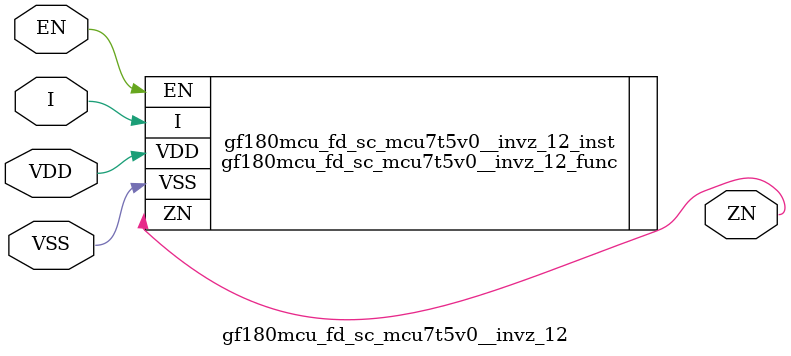
<source format=v>

module gf180mcu_fd_sc_mcu7t5v0__invz_12( EN, I, ZN, VDD, VSS );
input EN, I;
inout VDD, VSS;
output ZN;

   `ifdef FUNCTIONAL  //  functional //

	gf180mcu_fd_sc_mcu7t5v0__invz_12_func gf180mcu_fd_sc_mcu7t5v0__invz_12_behav_inst(.EN(EN),.I(I),.ZN(ZN),.VDD(VDD),.VSS(VSS));

   `else

	gf180mcu_fd_sc_mcu7t5v0__invz_12_func gf180mcu_fd_sc_mcu7t5v0__invz_12_inst(.EN(EN),.I(I),.ZN(ZN),.VDD(VDD),.VSS(VSS));

	// spec_gates_begin


	// spec_gates_end



   specify

	// specify_block_begin

	// comb arc EN --> ZN
	 (EN => ZN) = (1.0,1.0);

	// comb arc I --> ZN
	 (I => ZN) = (1.0,1.0);

	// specify_block_end

   endspecify

   `endif

endmodule

</source>
